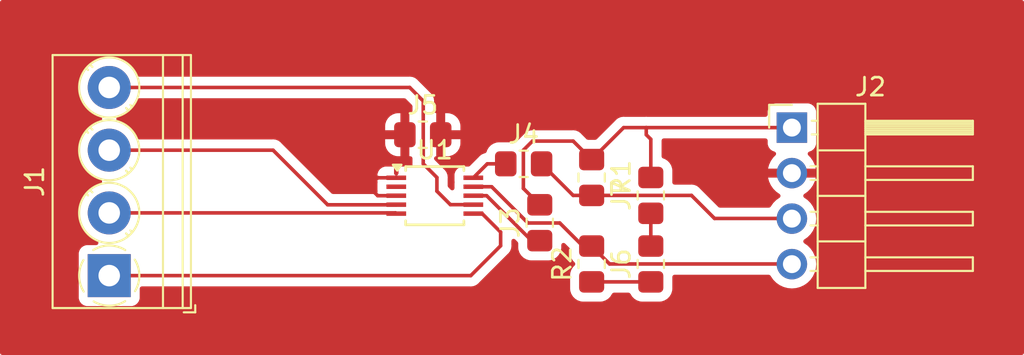
<source format=kicad_pcb>
(kicad_pcb (version 20221018) (generator pcbnew)
  (layers (0 "F.Cu" signal) (31 "B.Cu" signal) (34 "B.Paste" user) (35 "F.Paste" user) (36 "B.SilkS" user "B.Silkscreen") (37 "F.SilkS" user "F.Silkscreen") (38 "B.Mask" user) (39 "F.Mask" user) (44 "Edge.Cuts" user))
  (net 0 "")
  (net 1 "Net-(J1-Pin_1)")
  (net 2 "Net-(J1-Pin_2)")
  (net 3 "Net-(J1-Pin_3)")
  (net 4 "Net-(J1-Pin_4)")
  (net 5 "VCC")
  (net 6 "GND")
  (net 7 "/SDA")
  (net 8 "/SCL")
  (footprint "Resistor_SMD:R_0805_2012Metric_Pad1.20x1.40mm_HandSolder" (layer "F.Cu") (at 156.464 115.57 90)
    (fp_text reference "R2" (at 0 -1.65 90) (layer "F.SilkS"))
    (fp_text value "R")
    (fp_line (start -0.227064 -0.735) (end 0.227064 -0.735) (stroke (width 0.12)) (layer "F.SilkS"))
    (fp_line (start -0.227064 0.735) (end 0.227064 0.735) (stroke (width 0.12)) (layer "F.SilkS"))
    (pad "1" smd roundrect (at -1 0 90) (size 1.2 1.4) (layers "F.Cu" "F.Paste" "F.Mask") (roundrect_rratio 0.208333) (net 5 "VCC"))
    (pad "2" smd roundrect (at 1 0 90) (size 1.2 1.4) (layers "F.Cu" "F.Paste" "F.Mask") (roundrect_rratio 0.208333) (net 8 "/SCL"))
  )
  (footprint "Resistor_SMD:R_0805_2012Metric_Pad1.20x1.40mm_HandSolder" (layer "F.Cu") (at 152.67 109.982)
    (fp_text reference "J4" (at 0 -1.65) (layer "F.SilkS"))
    (fp_text value "~")
    (fp_line (start -0.227064 -0.735) (end 0.227064 -0.735) (stroke (width 0.12)) (layer "F.SilkS"))
    (fp_line (start -0.227064 0.735) (end 0.227064 0.735) (stroke (width 0.12)) (layer "F.SilkS"))
    (pad "1" smd roundrect (at -1 0) (size 1.2 1.4) (layers "F.Cu" "F.Paste" "F.Mask") (roundrect_rratio 0.208333) (net 7 "/SDA"))
    (pad "2" smd roundrect (at 1 0) (size 1.2 1.4) (layers "F.Cu" "F.Paste" "F.Mask") (roundrect_rratio 0.208333) (net 7 "/SDA"))
  )
  (footprint "Resistor_SMD:R_0805_2012Metric_Pad1.20x1.40mm_HandSolder" (layer "F.Cu") (at 147.04 108.3564)
    (fp_text reference "J5" (at 0 -1.65) (layer "F.SilkS"))
    (fp_text value "~")
    (fp_line (start -0.227064 -0.735) (end 0.227064 -0.735) (stroke (width 0.12)) (layer "F.SilkS"))
    (fp_line (start -0.227064 0.735) (end 0.227064 0.735) (stroke (width 0.12)) (layer "F.SilkS"))
    (pad "1" smd roundrect (at -1 0) (size 1.2 1.4) (layers "F.Cu" "F.Paste" "F.Mask") (roundrect_rratio 0.208333) (net 6 "GND"))
    (pad "2" smd roundrect (at 1 0) (size 1.2 1.4) (layers "F.Cu" "F.Paste" "F.Mask") (roundrect_rratio 0.208333) (net 6 "GND"))
  )
  (footprint "Package_SO:TSSOP-10_3x3mm_P0.5mm" (layer "F.Cu") (at 147.71 111.76)
    (fp_text reference "U1" (at 0 -2.55) (layer "F.SilkS"))
    (fp_text value "ADS1015IDGS")
    (fp_line (start -1.625 -1.625) (end -1.625 -1.4) (stroke (width 0.15)) (layer "F.SilkS"))
    (fp_line (start -1.625 -1.625) (end 1.625 -1.625) (stroke (width 0.15)) (layer "F.SilkS"))
    (fp_line (start -1.625 1.625) (end -1.625 1.4) (stroke (width 0.15)) (layer "F.SilkS"))
    (fp_line (start -1.625 1.625) (end 1.625 1.625) (stroke (width 0.15)) (layer "F.SilkS"))
    (fp_line (start 1.625 -1.625) (end 1.625 -1.4) (stroke (width 0.15)) (layer "F.SilkS"))
    (fp_line (start 1.625 1.625) (end 1.625 1.4) (stroke (width 0.15)) (layer "F.SilkS"))
    (fp_poly (pts (xy -2.1 -1.4) (xy -2.34 -1.73) (xy -1.86 -1.73) (xy -2.1 -1.4)) (stroke (width 0.12)) (fill solid) (layer "F.SilkS"))
    (pad "1" smd rect (at -2.15 -1) (size 1.1 0.25) (layers "F.Cu" "F.Paste" "F.Mask") (net 6 "GND"))
    (pad "2" smd rect (at -2.15 -0.5) (size 1.1 0.25) (layers "F.Cu" "F.Paste" "F.Mask"))
    (pad "3" smd rect (at -2.15 0) (size 1.1 0.25) (layers "F.Cu" "F.Paste" "F.Mask") (net 6 "GND"))
    (pad "4" smd rect (at -2.15 0.5) (size 1.1 0.25) (layers "F.Cu" "F.Paste" "F.Mask") (net 3 "Net-(J1-Pin_3)"))
    (pad "5" smd rect (at -2.15 1) (size 1.1 0.25) (layers "F.Cu" "F.Paste" "F.Mask") (net 2 "Net-(J1-Pin_2)"))
    (pad "6" smd rect (at 2.15 1) (size 1.1 0.25) (layers "F.Cu" "F.Paste" "F.Mask") (net 1 "Net-(J1-Pin_1)"))
    (pad "7" smd rect (at 2.15 0.5) (size 1.1 0.25) (layers "F.Cu" "F.Paste" "F.Mask") (net 4 "Net-(J1-Pin_4)"))
    (pad "8" smd rect (at 2.15 0) (size 1.1 0.25) (layers "F.Cu" "F.Paste" "F.Mask") (net 5 "VCC"))
    (pad "9" smd rect (at 2.15 -0.5) (size 1.1 0.25) (layers "F.Cu" "F.Paste" "F.Mask") (net 8 "/SCL"))
    (pad "10" smd rect (at 2.15 -1) (size 1.1 0.25) (layers "F.Cu" "F.Paste" "F.Mask") (net 7 "/SDA"))
  )
  (footprint "Connector_PinHeader_2.54mm:PinHeader_1x04_P2.54mm_Horizontal" (layer "F.Cu") (at 167.64 107.96)
    (fp_text reference "J2" (at 4.385 -2.27) (layer "F.SilkS"))
    (fp_text value "Conn_01x04")
    (fp_line (start -1.27 -1.27) (end 0 -1.27) (stroke (width 0.12)) (layer "F.SilkS"))
    (fp_line (start -1.27 0) (end -1.27 -1.27) (stroke (width 0.12)) (layer "F.SilkS"))
    (fp_line (start 1.042929 2.16) (end 1.44 2.16) (stroke (width 0.12)) (layer "F.SilkS"))
    (fp_line (start 1.042929 2.92) (end 1.44 2.92) (stroke (width 0.12)) (layer "F.SilkS"))
    (fp_line (start 1.042929 4.7) (end 1.44 4.7) (stroke (width 0.12)) (layer "F.SilkS"))
    (fp_line (start 1.042929 5.46) (end 1.44 5.46) (stroke (width 0.12)) (layer "F.SilkS"))
    (fp_line (start 1.042929 7.24) (end 1.44 7.24) (stroke (width 0.12)) (layer "F.SilkS"))
    (fp_line (start 1.042929 8) (end 1.44 8) (stroke (width 0.12)) (layer "F.SilkS"))
    (fp_line (start 1.11 -0.38) (end 1.44 -0.38) (stroke (width 0.12)) (layer "F.SilkS"))
    (fp_line (start 1.11 0.38) (end 1.44 0.38) (stroke (width 0.12)) (layer "F.SilkS"))
    (fp_line (start 1.44 -1.33) (end 1.44 8.95) (stroke (width 0.12)) (layer "F.SilkS"))
    (fp_line (start 1.44 1.27) (end 4.1 1.27) (stroke (width 0.12)) (layer "F.SilkS"))
    (fp_line (start 1.44 3.81) (end 4.1 3.81) (stroke (width 0.12)) (layer "F.SilkS"))
    (fp_line (start 1.44 6.35) (end 4.1 6.35) (stroke (width 0.12)) (layer "F.SilkS"))
    (fp_line (start 1.44 8.95) (end 4.1 8.95) (stroke (width 0.12)) (layer "F.SilkS"))
    (fp_line (start 4.1 -1.33) (end 1.44 -1.33) (stroke (width 0.12)) (layer "F.SilkS"))
    (fp_line (start 4.1 -0.38) (end 10.1 -0.38) (stroke (width 0.12)) (layer "F.SilkS"))
    (fp_line (start 4.1 -0.32) (end 10.1 -0.32) (stroke (width 0.12)) (layer "F.SilkS"))
    (fp_line (start 4.1 -0.2) (end 10.1 -0.2) (stroke (width 0.12)) (layer "F.SilkS"))
    (fp_line (start 4.1 -0.08) (end 10.1 -0.08) (stroke (width 0.12)) (layer "F.SilkS"))
    (fp_line (start 4.1 0.04) (end 10.1 0.04) (stroke (width 0.12)) (layer "F.SilkS"))
    (fp_line (start 4.1 0.16) (end 10.1 0.16) (stroke (width 0.12)) (layer "F.SilkS"))
    (fp_line (start 4.1 0.28) (end 10.1 0.28) (stroke (width 0.12)) (layer "F.SilkS"))
    (fp_line (start 4.1 2.16) (end 10.1 2.16) (stroke (width 0.12)) (layer "F.SilkS"))
    (fp_line (start 4.1 4.7) (end 10.1 4.7) (stroke (width 0.12)) (layer "F.SilkS"))
    (fp_line (start 4.1 7.24) (end 10.1 7.24) (stroke (width 0.12)) (layer "F.SilkS"))
    (fp_line (start 4.1 8.95) (end 4.1 -1.33) (stroke (width 0.12)) (layer "F.SilkS"))
    (fp_line (start 10.1 -0.38) (end 10.1 0.38) (stroke (width 0.12)) (layer "F.SilkS"))
    (fp_line (start 10.1 0.38) (end 4.1 0.38) (stroke (width 0.12)) (layer "F.SilkS"))
    (fp_line (start 10.1 2.16) (end 10.1 2.92) (stroke (width 0.12)) (layer "F.SilkS"))
    (fp_line (start 10.1 2.92) (end 4.1 2.92) (stroke (width 0.12)) (layer "F.SilkS"))
    (fp_line (start 10.1 4.7) (end 10.1 5.46) (stroke (width 0.12)) (layer "F.SilkS"))
    (fp_line (start 10.1 5.46) (end 4.1 5.46) (stroke (width 0.12)) (layer "F.SilkS"))
    (fp_line (start 10.1 7.24) (end 10.1 8) (stroke (width 0.12)) (layer "F.SilkS"))
    (fp_line (start 10.1 8) (end 4.1 8) (stroke (width 0.12)) (layer "F.SilkS"))
    (pad "1" thru_hole rect (at 0 0) (size 1.7 1.7) (drill 1) (layers "*.Cu" "*.Mask") (net 5 "VCC"))
    (pad "2" thru_hole oval (at 0 2.54) (size 1.7 1.7) (drill 1) (layers "*.Cu" "*.Mask") (net 6 "GND"))
    (pad "3" thru_hole oval (at 0 5.08) (size 1.7 1.7) (drill 1) (layers "*.Cu" "*.Mask") (net 7 "/SDA"))
    (pad "4" thru_hole oval (at 0 7.62) (size 1.7 1.7) (drill 1) (layers "*.Cu" "*.Mask") (net 8 "/SCL"))
  )
  (footprint "Resistor_SMD:R_0805_2012Metric_Pad1.20x1.40mm_HandSolder" (layer "F.Cu") (at 159.766 111.744 90)
    (fp_text reference "J7" (at 0 -1.65 90) (layer "F.SilkS"))
    (fp_text value "~")
    (fp_line (start -0.227064 -0.735) (end 0.227064 -0.735) (stroke (width 0.12)) (layer "F.SilkS"))
    (fp_line (start -0.227064 0.735) (end 0.227064 0.735) (stroke (width 0.12)) (layer "F.SilkS"))
    (pad "1" smd roundrect (at -1 0 90) (size 1.2 1.4) (layers "F.Cu" "F.Paste" "F.Mask") (roundrect_rratio 0.208333) (net 5 "VCC"))
    (pad "2" smd roundrect (at 1 0 90) (size 1.2 1.4) (layers "F.Cu" "F.Paste" "F.Mask") (roundrect_rratio 0.208333) (net 5 "VCC"))
  )
  (footprint "TerminalBlock_Phoenix:TerminalBlock_Phoenix_PT-1,5-4-3.5-H_1x04_P3.50mm_Horizontal" (layer "F.Cu") (at 129.54 116.22 90)
    (fp_text reference "J1" (at 5.25 -4.16 90) (layer "F.SilkS"))
    (fp_text value "Screw_Terminal_01x04")
    (fp_line (start -2.05 4.16) (end -2.05 4.8) (stroke (width 0.12)) (layer "F.SilkS"))
    (fp_line (start -2.05 4.8) (end -1.65 4.8) (stroke (width 0.12)) (layer "F.SilkS"))
    (fp_line (start -1.81 -3.16) (end -1.81 4.56) (stroke (width 0.12)) (layer "F.SilkS"))
    (fp_line (start -1.81 -3.16) (end 12.31 -3.16) (stroke (width 0.12)) (layer "F.SilkS"))
    (fp_line (start -1.81 3) (end 12.31 3) (stroke (width 0.12)) (layer "F.SilkS"))
    (fp_line (start -1.81 4.1) (end 12.31 4.1) (stroke (width 0.12)) (layer "F.SilkS"))
    (fp_line (start -1.81 4.56) (end 12.31 4.56) (stroke (width 0.12)) (layer "F.SilkS"))
    (fp_line (start 2.355 0.941) (end 2.226 1.069) (stroke (width 0.12)) (layer "F.SilkS"))
    (fp_line (start 2.525 1.181) (end 2.431 1.274) (stroke (width 0.12)) (layer "F.SilkS"))
    (fp_line (start 4.57 -1.275) (end 4.476 -1.181) (stroke (width 0.12)) (layer "F.SilkS"))
    (fp_line (start 4.775 -1.069) (end 4.646 -0.941) (stroke (width 0.12)) (layer "F.SilkS"))
    (fp_line (start 5.855 0.941) (end 5.726 1.069) (stroke (width 0.12)) (layer "F.SilkS"))
    (fp_line (start 6.025 1.181) (end 5.931 1.274) (stroke (width 0.12)) (layer "F.SilkS"))
    (fp_line (start 8.07 -1.275) (end 7.976 -1.181) (stroke (width 0.12)) (layer "F.SilkS"))
    (fp_line (start 8.275 -1.069) (end 8.146 -0.941) (stroke (width 0.12)) (layer "F.SilkS"))
    (fp_line (start 9.355 0.941) (end 9.226 1.069) (stroke (width 0.12)) (layer "F.SilkS"))
    (fp_line (start 9.525 1.181) (end 9.431 1.274) (stroke (width 0.12)) (layer "F.SilkS"))
    (fp_line (start 11.57 -1.275) (end 11.476 -1.181) (stroke (width 0.12)) (layer "F.SilkS"))
    (fp_line (start 11.775 -1.069) (end 11.646 -0.941) (stroke (width 0.12)) (layer "F.SilkS"))
    (fp_line (start 12.31 -3.16) (end 12.31 4.56) (stroke (width 0.12)) (layer "F.SilkS"))
    (fp_arc (start -1.425358 0.889894) (mid -1.680286 0.014012) (end -1.44 -0.866) (stroke (width 0.12)) (layer "F.SilkS"))
    (fp_arc (start -0.889894 -1.425358) (mid -0.014012 -1.680286) (end 0.866 -1.44) (stroke (width 0.12)) (layer "F.SilkS"))
    (fp_arc (start 0.028674 1.680099) (mid -0.435535 1.622918) (end -0.866 1.44) (stroke (width 0.12)) (layer "F.SilkS"))
    (fp_arc (start 0.890264 1.424721) (mid 0.463071 1.61492) (end 0 1.68) (stroke (width 0.12)) (layer "F.SilkS"))
    (fp_arc (start 1.425504 -0.890193) (mid 1.680626 0.000476) (end 1.425 0.891) (stroke (width 0.12)) (layer "F.SilkS"))
    (fp_circle (center 3.5 0) (end 5.18 0) (stroke (width 0.12)) (fill none) (layer "F.SilkS"))
    (fp_circle (center 7 0) (end 8.68 0) (stroke (width 0.12)) (fill none) (layer "F.SilkS"))
    (fp_circle (center 10.5 0) (end 12.18 0) (stroke (width 0.12)) (fill none) (layer "F.SilkS"))
    (pad "1" thru_hole rect (at 0 0 90) (size 2.4 2.4) (drill 1.2) (layers "*.Cu" "*.Mask") (net 1 "Net-(J1-Pin_1)"))
    (pad "2" thru_hole circle (at 3.5 0 90) (size 2.4 2.4) (drill 1.2) (layers "*.Cu" "*.Mask") (net 2 "Net-(J1-Pin_2)"))
    (pad "3" thru_hole circle (at 7 0 90) (size 2.4 2.4) (drill 1.2) (layers "*.Cu" "*.Mask") (net 3 "Net-(J1-Pin_3)"))
    (pad "4" thru_hole circle (at 10.5 0 90) (size 2.4 2.4) (drill 1.2) (layers "*.Cu" "*.Mask") (net 4 "Net-(J1-Pin_4)"))
  )
  (footprint "Resistor_SMD:R_0805_2012Metric_Pad1.20x1.40mm_HandSolder" (layer "F.Cu") (at 156.464 110.744 -90)
    (fp_text reference "R1" (at 0 -1.65 90) (layer "F.SilkS"))
    (fp_text value "R")
    (fp_line (start -0.227064 -0.735) (end 0.227064 -0.735) (stroke (width 0.12)) (layer "F.SilkS"))
    (fp_line (start -0.227064 0.735) (end 0.227064 0.735) (stroke (width 0.12)) (layer "F.SilkS"))
    (pad "1" smd roundrect (at -1 0 270) (size 1.2 1.4) (layers "F.Cu" "F.Paste" "F.Mask") (roundrect_rratio 0.208333) (net 5 "VCC"))
    (pad "2" smd roundrect (at 1 0 270) (size 1.2 1.4) (layers "F.Cu" "F.Paste" "F.Mask") (roundrect_rratio 0.208333) (net 7 "/SDA"))
  )
  (footprint "Resistor_SMD:R_0805_2012Metric_Pad1.20x1.40mm_HandSolder" (layer "F.Cu") (at 153.5684 113.268 90)
    (fp_text reference "J3" (at 0 -1.65 90) (layer "F.SilkS"))
    (fp_text value "~")
    (fp_line (start -0.227064 -0.735) (end 0.227064 -0.735) (stroke (width 0.12)) (layer "F.SilkS"))
    (fp_line (start -0.227064 0.735) (end 0.227064 0.735) (stroke (width 0.12)) (layer "F.SilkS"))
    (pad "1" smd roundrect (at -1 0 90) (size 1.2 1.4) (layers "F.Cu" "F.Paste" "F.Mask") (roundrect_rratio 0.208333) (net 5 "VCC"))
    (pad "2" smd roundrect (at 1 0 90) (size 1.2 1.4) (layers "F.Cu" "F.Paste" "F.Mask") (roundrect_rratio 0.208333) (net 5 "VCC"))
  )
  (footprint "Resistor_SMD:R_0805_2012Metric_Pad1.20x1.40mm_HandSolder" (layer "F.Cu") (at 159.766 115.57 90)
    (fp_text reference "J6" (at 0 -1.65 90) (layer "F.SilkS"))
    (fp_text value "~")
    (fp_line (start -0.227064 -0.735) (end 0.227064 -0.735) (stroke (width 0.12)) (layer "F.SilkS"))
    (fp_line (start -0.227064 0.735) (end 0.227064 0.735) (stroke (width 0.12)) (layer "F.SilkS"))
    (pad "1" smd roundrect (at -1 0 90) (size 1.2 1.4) (layers "F.Cu" "F.Paste" "F.Mask") (roundrect_rratio 0.208333) (net 5 "VCC"))
    (pad "2" smd roundrect (at 1 0 90) (size 1.2 1.4) (layers "F.Cu" "F.Paste" "F.Mask") (roundrect_rratio 0.208333) (net 5 "VCC"))
  )
  (segment (start 129.54 116.22) (end 149.718 116.22) (width 0.2) (layer "F.Cu") (net 1))
  (segment (start 149.718 116.22) (end 151.384 114.554) (width 0.2) (layer "F.Cu") (net 1))
  (segment (start 150.352 112.76) (end 149.86 112.76) (width 0.2) (layer "F.Cu") (net 1))
  (segment (start 151.384 113.792) (end 150.352 112.76) (width 0.2) (layer "F.Cu") (net 1))
  (segment (start 151.384 114.554) (end 151.384 113.792) (width 0.2) (layer "F.Cu") (net 1))
  (segment (start 129.54 112.72) (end 145.52 112.72) (width 0.2) (layer "F.Cu") (net 2))
  (segment (start 145.52 112.72) (end 145.56 112.76) (width 0.2) (layer "F.Cu") (net 2))
  (segment (start 145.552 112.268) (end 145.56 112.26) (width 0.2) (layer "F.Cu") (net 3))
  (segment (start 141.732 112.268) (end 145.552 112.268) (width 0.2) (layer "F.Cu") (net 3))
  (segment (start 129.54 109.22) (end 138.684 109.22) (width 0.2) (layer "F.Cu") (net 3))
  (segment (start 138.684 109.22) (end 141.732 112.268) (width 0.2) (layer "F.Cu") (net 3))
  (segment (start 129.54 105.72) (end 146.3092 105.72) (width 0.2) (layer "F.Cu") (net 4))
  (segment (start 147.828 110.744) (end 147.828 111.506) (width 0.2) (layer "F.Cu") (net 4))
  (segment (start 147.066 109.982) (end 147.828 110.744) (width 0.2) (layer "F.Cu") (net 4))
  (segment (start 147.828 111.506) (end 148.582 112.26) (width 0.2) (layer "F.Cu") (net 4))
  (segment (start 147.066 106.4768) (end 147.066 109.982) (width 0.2) (layer "F.Cu") (net 4))
  (segment (start 146.3092 105.72) (end 147.066 106.4768) (width 0.2) (layer "F.Cu") (net 4))
  (segment (start 148.582 112.26) (end 149.86 112.26) (width 0.2) (layer "F.Cu") (net 4))
  (segment (start 149.86 111.76) (end 150.6046 111.76) (width 0.2) (layer "F.Cu") (net 5))
  (segment (start 153.5684 112.268) (end 152.654 111.3536) (width 0.2) (layer "F.Cu") (net 5))
  (segment (start 159.512 108.3564) (end 159.512 107.96) (width 0.2) (layer "F.Cu") (net 5))
  (segment (start 156.464 109.744) (end 158.248 107.96) (width 0.2) (layer "F.Cu") (net 5))
  (segment (start 159.766 116.586) (end 159.75 116.57) (width 0.2) (layer "F.Cu") (net 5))
  (segment (start 152.654 111.3536) (end 152.654 109.22) (width 0.2) (layer "F.Cu") (net 5))
  (segment (start 159.766 108.6104) (end 159.512 108.3564) (width 0.2) (layer "F.Cu") (net 5))
  (segment (start 159.766 114.57) (end 159.766 112.744) (width 0.2) (layer "F.Cu") (net 5))
  (segment (start 153.162 108.712) (end 155.432 108.712) (width 0.2) (layer "F.Cu") (net 5))
  (segment (start 155.432 108.712) (end 156.464 109.744) (width 0.2) (layer "F.Cu") (net 5))
  (segment (start 159.766 110.744) (end 159.766 108.6104) (width 0.2) (layer "F.Cu") (net 5))
  (segment (start 158.248 107.96) (end 159.512 107.96) (width 0.2) (layer "F.Cu") (net 5))
  (segment (start 159.75 116.57) (end 156.464 116.57) (width 0.2) (layer "F.Cu") (net 5))
  (segment (start 150.6046 111.76) (end 153.1126 114.268) (width 0.2) (layer "F.Cu") (net 5))
  (segment (start 159.512 107.96) (end 167.64 107.96) (width 0.2) (layer "F.Cu") (net 5))
  (segment (start 153.1126 114.268) (end 153.5684 114.268) (width 0.2) (layer "F.Cu") (net 5))
  (segment (start 152.654 109.22) (end 153.162 108.712) (width 0.2) (layer "F.Cu") (net 5))
  (segment (start 144.288 110.76) (end 145.56 110.76) (width 0.2) (layer "F.Cu") (net 6))
  (segment (start 144.018 111.252) (end 144.018 110.998) (width 0.2) (layer "F.Cu") (net 6))
  (segment (start 144.526 111.76) (end 144.018 111.252) (width 0.2) (layer "F.Cu") (net 6))
  (segment (start 144.018 110.998) (end 144.272 110.744) (width 0.2) (layer "F.Cu") (net 6))
  (segment (start 145.56 111.76) (end 144.526 111.76) (width 0.2) (layer "F.Cu") (net 6))
  (segment (start 144.272 110.744) (end 144.288 110.76) (width 0.2) (layer "F.Cu") (net 6))
  (segment (start 162.036 111.744) (end 163.322 113.03) (width 0.2) (layer "F.Cu") (net 7))
  (segment (start 155.432 111.744) (end 156.464 111.744) (width 0.2) (layer "F.Cu") (net 7))
  (segment (start 151.638 109.982) (end 150.638 109.982) (width 0.2) (layer "F.Cu") (net 7))
  (segment (start 163.322 113.03) (end 167.63 113.03) (width 0.2) (layer "F.Cu") (net 7))
  (segment (start 153.67 109.982) (end 155.432 111.744) (width 0.2) (layer "F.Cu") (net 7))
  (segment (start 167.63 113.03) (end 167.64 113.04) (width 0.2) (layer "F.Cu") (net 7))
  (segment (start 156.464 111.744) (end 162.036 111.744) (width 0.2) (layer "F.Cu") (net 7))
  (segment (start 150.638 109.982) (end 149.86 110.76) (width 0.2) (layer "F.Cu") (net 7))
  (segment (start 157.464 115.57) (end 167.63 115.57) (width 0.2) (layer "F.Cu") (net 8))
  (segment (start 152.908 113.284) (end 154.686 113.284) (width 0.2) (layer "F.Cu") (net 8))
  (segment (start 149.86 111.26) (end 150.884 111.26) (width 0.2) (layer "F.Cu") (net 8))
  (segment (start 150.884 111.26) (end 152.908 113.284) (width 0.2) (layer "F.Cu") (net 8))
  (segment (start 155.972 114.57) (end 156.464 114.57) (width 0.2) (layer "F.Cu") (net 8))
  (segment (start 167.63 115.57) (end 167.64 115.58) (width 0.2) (layer "F.Cu") (net 8))
  (segment (start 156.464 114.57) (end 157.464 115.57) (width 0.2) (layer "F.Cu") (net 8))
  (segment (start 154.686 113.284) (end 155.972 114.57) (width 0.2) (layer "F.Cu") (net 8))
  (zone (net 6) (net_name "GND") (layer "F.Cu") (connect_pads (clearance 0.5)) (min_thickness 0.25) (fill yes (thermal_gap 0.5) (thermal_bridge_width 0.5))
    (polygon (pts (xy 180.594 100.838) (xy 180.594 120.65) (xy 123.444 120.65) (xy 123.444 100.838)))
  )
)
</source>
